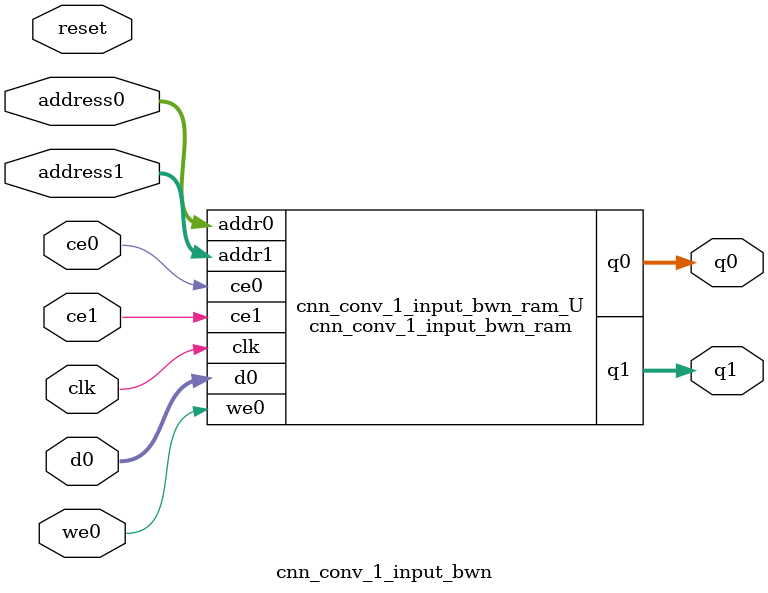
<source format=v>
`timescale 1 ns / 1 ps
module cnn_conv_1_input_bwn_ram (addr0, ce0, d0, we0, q0, addr1, ce1, q1,  clk);

parameter DWIDTH = 14;
parameter AWIDTH = 7;
parameter MEM_SIZE = 100;

input[AWIDTH-1:0] addr0;
input ce0;
input[DWIDTH-1:0] d0;
input we0;
output reg[DWIDTH-1:0] q0;
input[AWIDTH-1:0] addr1;
input ce1;
output reg[DWIDTH-1:0] q1;
input clk;

(* ram_style = "block" *)reg [DWIDTH-1:0] ram[0:MEM_SIZE-1];




always @(posedge clk)  
begin 
    if (ce0) 
    begin
        if (we0) 
        begin 
            ram[addr0] <= d0; 
        end 
        q0 <= ram[addr0];
    end
end


always @(posedge clk)  
begin 
    if (ce1) 
    begin
        q1 <= ram[addr1];
    end
end


endmodule

`timescale 1 ns / 1 ps
module cnn_conv_1_input_bwn(
    reset,
    clk,
    address0,
    ce0,
    we0,
    d0,
    q0,
    address1,
    ce1,
    q1);

parameter DataWidth = 32'd14;
parameter AddressRange = 32'd100;
parameter AddressWidth = 32'd7;
input reset;
input clk;
input[AddressWidth - 1:0] address0;
input ce0;
input we0;
input[DataWidth - 1:0] d0;
output[DataWidth - 1:0] q0;
input[AddressWidth - 1:0] address1;
input ce1;
output[DataWidth - 1:0] q1;



cnn_conv_1_input_bwn_ram cnn_conv_1_input_bwn_ram_U(
    .clk( clk ),
    .addr0( address0 ),
    .ce0( ce0 ),
    .we0( we0 ),
    .d0( d0 ),
    .q0( q0 ),
    .addr1( address1 ),
    .ce1( ce1 ),
    .q1( q1 ));

endmodule


</source>
